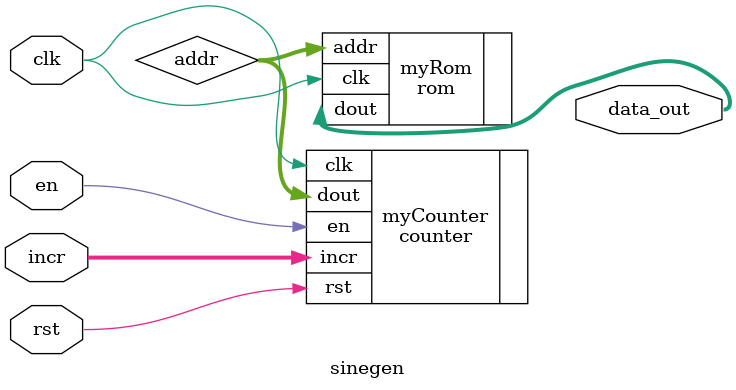
<source format=sv>
module sinegen #(
    parameter   A_WIDTH = 8,
                D_WIDTH = 8
)(
    input logic clk,         // clock
    input logic rst,         // reset trigger
    input logic en,          // counter enable
    input logic [D_WIDTH-1:0] incr,
    output logic [D_WIDTH-1:0] data_out   // output   
);

    logic [A_WIDTH-1:0] addr;
    
counter myCounter (
    .incr (incr),
    .rst (rst),
    .en (en),
    .clk (clk),
    .dout (addr)
);

rom myRom (
    .clk (clk),
    .addr (addr),
    .dout (data_out)
);

endmodule

</source>
